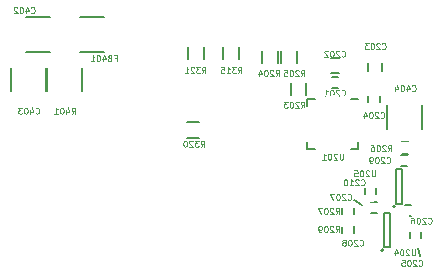
<source format=gbo>
G04 #@! TF.FileFunction,Legend,Bot*
%FSLAX46Y46*%
G04 Gerber Fmt 4.6, Leading zero omitted, Abs format (unit mm)*
G04 Created by KiCad (PCBNEW 4.0.1-stable) date Wednesday, February 10, 2016 'PMt' 09:48:26 PM*
%MOMM*%
G01*
G04 APERTURE LIST*
%ADD10C,0.100000*%
%ADD11C,0.200000*%
%ADD12C,0.150000*%
%ADD13C,0.076200*%
%ADD14R,1.457000X0.687000*%
%ADD15R,0.627000X1.027000*%
%ADD16R,0.727000X0.627000*%
%ADD17R,1.854200X1.854200*%
%ADD18O,1.854200X1.854200*%
%ADD19R,1.854200X2.159000*%
%ADD20O,1.854200X2.159000*%
%ADD21R,0.627000X0.727000*%
%ADD22R,0.927000X0.877000*%
%ADD23R,0.877000X0.927000*%
%ADD24R,1.127000X2.627000*%
%ADD25R,2.627000X1.127000*%
%ADD26R,1.027000X2.627000*%
%ADD27R,1.027000X0.627000*%
%ADD28R,2.627000X1.027000*%
%ADD29R,2.159000X1.854200*%
%ADD30O,2.159000X1.854200*%
%ADD31R,0.527000X0.727000*%
%ADD32R,0.727000X0.527000*%
%ADD33R,2.159000X2.159000*%
%ADD34O,2.159000X2.159000*%
%ADD35R,0.927000X0.327000*%
%ADD36R,0.327000X0.927000*%
%ADD37R,1.627000X1.627000*%
G04 APERTURE END LIST*
D10*
D11*
X216900000Y-93200000D02*
X216700000Y-92500000D01*
X211300000Y-88400000D02*
X212000000Y-88900000D01*
D12*
X214800000Y-89000000D02*
G75*
G03X214800000Y-89000000I-100000J0D01*
G01*
X215350000Y-88750000D02*
X214850000Y-88750000D01*
X215350000Y-85850000D02*
X215350000Y-88750000D01*
X214850000Y-85850000D02*
X215350000Y-85850000D01*
X214850000Y-88750000D02*
X214850000Y-85850000D01*
X197200000Y-83175000D02*
X198200000Y-83175000D01*
X198200000Y-81825000D02*
X197200000Y-81825000D01*
X209450000Y-78025000D02*
X209950000Y-78025000D01*
X209950000Y-78975000D02*
X209450000Y-78975000D01*
X213475000Y-79600000D02*
X213475000Y-80100000D01*
X212525000Y-80100000D02*
X212525000Y-79600000D01*
X210050000Y-76450000D02*
X209350000Y-76450000D01*
X209350000Y-77650000D02*
X210050000Y-77650000D01*
X212450000Y-76800000D02*
X212450000Y-77500000D01*
X213650000Y-77500000D02*
X213650000Y-76800000D01*
X183531000Y-72947000D02*
X185531000Y-72947000D01*
X185531000Y-75897000D02*
X183531000Y-75897000D01*
X185244000Y-77232000D02*
X185244000Y-79232000D01*
X182294000Y-79232000D02*
X182294000Y-77232000D01*
X188103000Y-75897000D02*
X190103000Y-75897000D01*
X190103000Y-72947000D02*
X188103000Y-72947000D01*
X205925000Y-78550000D02*
X205925000Y-79550000D01*
X207275000Y-79550000D02*
X207275000Y-78550000D01*
X203525000Y-75800000D02*
X203525000Y-76800000D01*
X204875000Y-76800000D02*
X204875000Y-75800000D01*
X206475000Y-76800000D02*
X206475000Y-75800000D01*
X205125000Y-75800000D02*
X205125000Y-76800000D01*
X200225000Y-75500000D02*
X200225000Y-76500000D01*
X201575000Y-76500000D02*
X201575000Y-75500000D01*
X197225000Y-75500000D02*
X197225000Y-76500000D01*
X198575000Y-76500000D02*
X198575000Y-75500000D01*
X185342000Y-77232000D02*
X185342000Y-79232000D01*
X188292000Y-79232000D02*
X188292000Y-77232000D01*
X216975000Y-91150000D02*
X216975000Y-91650000D01*
X216025000Y-91650000D02*
X216025000Y-91150000D01*
X215650000Y-88825000D02*
X216150000Y-88825000D01*
X216150000Y-89775000D02*
X215650000Y-89775000D01*
X212750000Y-88625000D02*
X213250000Y-88625000D01*
X213250000Y-89575000D02*
X212750000Y-89575000D01*
X212275000Y-90600000D02*
X212275000Y-91100000D01*
X211325000Y-91100000D02*
X211325000Y-90600000D01*
X215300000Y-84625000D02*
X215800000Y-84625000D01*
X215800000Y-85575000D02*
X215300000Y-85575000D01*
X213175000Y-87450000D02*
X213175000Y-87950000D01*
X212225000Y-87950000D02*
X212225000Y-87450000D01*
X217075000Y-80400000D02*
X217075000Y-82400000D01*
X214125000Y-82400000D02*
X214125000Y-80400000D01*
X215350000Y-83475000D02*
X215850000Y-83475000D01*
X215850000Y-84525000D02*
X215350000Y-84525000D01*
X211325000Y-89150000D02*
X211325000Y-89650000D01*
X210275000Y-89650000D02*
X210275000Y-89150000D01*
X211325000Y-90700000D02*
X211325000Y-91200000D01*
X210275000Y-91200000D02*
X210275000Y-90700000D01*
X207350000Y-79850000D02*
X207350000Y-80475000D01*
X211650000Y-84150000D02*
X211650000Y-83525000D01*
X207350000Y-84150000D02*
X207350000Y-83525000D01*
X211650000Y-79850000D02*
X211025000Y-79850000D01*
X211650000Y-84150000D02*
X211025000Y-84150000D01*
X207350000Y-84150000D02*
X207975000Y-84150000D01*
X207350000Y-79850000D02*
X207975000Y-79850000D01*
X213800000Y-92700000D02*
G75*
G03X213800000Y-92700000I-100000J0D01*
G01*
X214350000Y-92450000D02*
X213850000Y-92450000D01*
X214350000Y-89550000D02*
X214350000Y-92450000D01*
X213850000Y-89550000D02*
X214350000Y-89550000D01*
X213850000Y-92450000D02*
X213850000Y-89550000D01*
D13*
X213070858Y-85921810D02*
X213070858Y-86333048D01*
X213046667Y-86381429D01*
X213022477Y-86405619D01*
X212974096Y-86429810D01*
X212877334Y-86429810D01*
X212828953Y-86405619D01*
X212804762Y-86381429D01*
X212780572Y-86333048D01*
X212780572Y-85921810D01*
X212562858Y-85970190D02*
X212538668Y-85946000D01*
X212490287Y-85921810D01*
X212369334Y-85921810D01*
X212320953Y-85946000D01*
X212296763Y-85970190D01*
X212272572Y-86018571D01*
X212272572Y-86066952D01*
X212296763Y-86139524D01*
X212587049Y-86429810D01*
X212272572Y-86429810D01*
X211958096Y-85921810D02*
X211909715Y-85921810D01*
X211861334Y-85946000D01*
X211837143Y-85970190D01*
X211812953Y-86018571D01*
X211788762Y-86115333D01*
X211788762Y-86236286D01*
X211812953Y-86333048D01*
X211837143Y-86381429D01*
X211861334Y-86405619D01*
X211909715Y-86429810D01*
X211958096Y-86429810D01*
X212006477Y-86405619D01*
X212030667Y-86381429D01*
X212054858Y-86333048D01*
X212079048Y-86236286D01*
X212079048Y-86115333D01*
X212054858Y-86018571D01*
X212030667Y-85970190D01*
X212006477Y-85946000D01*
X211958096Y-85921810D01*
X211329143Y-85921810D02*
X211571048Y-85921810D01*
X211595238Y-86163714D01*
X211571048Y-86139524D01*
X211522667Y-86115333D01*
X211401714Y-86115333D01*
X211353333Y-86139524D01*
X211329143Y-86163714D01*
X211304952Y-86212095D01*
X211304952Y-86333048D01*
X211329143Y-86381429D01*
X211353333Y-86405619D01*
X211401714Y-86429810D01*
X211522667Y-86429810D01*
X211571048Y-86405619D01*
X211595238Y-86381429D01*
X198307477Y-83922810D02*
X198476810Y-83680905D01*
X198597763Y-83922810D02*
X198597763Y-83414810D01*
X198404239Y-83414810D01*
X198355858Y-83439000D01*
X198331667Y-83463190D01*
X198307477Y-83511571D01*
X198307477Y-83584143D01*
X198331667Y-83632524D01*
X198355858Y-83656714D01*
X198404239Y-83680905D01*
X198597763Y-83680905D01*
X198138144Y-83414810D02*
X197823667Y-83414810D01*
X197993001Y-83608333D01*
X197920429Y-83608333D01*
X197872048Y-83632524D01*
X197847858Y-83656714D01*
X197823667Y-83705095D01*
X197823667Y-83826048D01*
X197847858Y-83874429D01*
X197872048Y-83898619D01*
X197920429Y-83922810D01*
X198065572Y-83922810D01*
X198113953Y-83898619D01*
X198138144Y-83874429D01*
X197630143Y-83463190D02*
X197605953Y-83439000D01*
X197557572Y-83414810D01*
X197436619Y-83414810D01*
X197388238Y-83439000D01*
X197364048Y-83463190D01*
X197339857Y-83511571D01*
X197339857Y-83559952D01*
X197364048Y-83632524D01*
X197654334Y-83922810D01*
X197339857Y-83922810D01*
X197025381Y-83414810D02*
X196977000Y-83414810D01*
X196928619Y-83439000D01*
X196904428Y-83463190D01*
X196880238Y-83511571D01*
X196856047Y-83608333D01*
X196856047Y-83729286D01*
X196880238Y-83826048D01*
X196904428Y-83874429D01*
X196928619Y-83898619D01*
X196977000Y-83922810D01*
X197025381Y-83922810D01*
X197073762Y-83898619D01*
X197097952Y-83874429D01*
X197122143Y-83826048D01*
X197146333Y-83729286D01*
X197146333Y-83608333D01*
X197122143Y-83511571D01*
X197097952Y-83463190D01*
X197073762Y-83439000D01*
X197025381Y-83414810D01*
X210245477Y-79556429D02*
X210269667Y-79580619D01*
X210342239Y-79604810D01*
X210390620Y-79604810D01*
X210463191Y-79580619D01*
X210511572Y-79532238D01*
X210535763Y-79483857D01*
X210559953Y-79387095D01*
X210559953Y-79314524D01*
X210535763Y-79217762D01*
X210511572Y-79169381D01*
X210463191Y-79121000D01*
X210390620Y-79096810D01*
X210342239Y-79096810D01*
X210269667Y-79121000D01*
X210245477Y-79145190D01*
X210051953Y-79145190D02*
X210027763Y-79121000D01*
X209979382Y-79096810D01*
X209858429Y-79096810D01*
X209810048Y-79121000D01*
X209785858Y-79145190D01*
X209761667Y-79193571D01*
X209761667Y-79241952D01*
X209785858Y-79314524D01*
X210076144Y-79604810D01*
X209761667Y-79604810D01*
X209447191Y-79096810D02*
X209398810Y-79096810D01*
X209350429Y-79121000D01*
X209326238Y-79145190D01*
X209302048Y-79193571D01*
X209277857Y-79290333D01*
X209277857Y-79411286D01*
X209302048Y-79508048D01*
X209326238Y-79556429D01*
X209350429Y-79580619D01*
X209398810Y-79604810D01*
X209447191Y-79604810D01*
X209495572Y-79580619D01*
X209519762Y-79556429D01*
X209543953Y-79508048D01*
X209568143Y-79411286D01*
X209568143Y-79290333D01*
X209543953Y-79193571D01*
X209519762Y-79145190D01*
X209495572Y-79121000D01*
X209447191Y-79096810D01*
X208794047Y-79604810D02*
X209084333Y-79604810D01*
X208939190Y-79604810D02*
X208939190Y-79096810D01*
X208987571Y-79169381D01*
X209035952Y-79217762D01*
X209084333Y-79241952D01*
X213547477Y-81461429D02*
X213571667Y-81485619D01*
X213644239Y-81509810D01*
X213692620Y-81509810D01*
X213765191Y-81485619D01*
X213813572Y-81437238D01*
X213837763Y-81388857D01*
X213861953Y-81292095D01*
X213861953Y-81219524D01*
X213837763Y-81122762D01*
X213813572Y-81074381D01*
X213765191Y-81026000D01*
X213692620Y-81001810D01*
X213644239Y-81001810D01*
X213571667Y-81026000D01*
X213547477Y-81050190D01*
X213353953Y-81050190D02*
X213329763Y-81026000D01*
X213281382Y-81001810D01*
X213160429Y-81001810D01*
X213112048Y-81026000D01*
X213087858Y-81050190D01*
X213063667Y-81098571D01*
X213063667Y-81146952D01*
X213087858Y-81219524D01*
X213378144Y-81509810D01*
X213063667Y-81509810D01*
X212749191Y-81001810D02*
X212700810Y-81001810D01*
X212652429Y-81026000D01*
X212628238Y-81050190D01*
X212604048Y-81098571D01*
X212579857Y-81195333D01*
X212579857Y-81316286D01*
X212604048Y-81413048D01*
X212628238Y-81461429D01*
X212652429Y-81485619D01*
X212700810Y-81509810D01*
X212749191Y-81509810D01*
X212797572Y-81485619D01*
X212821762Y-81461429D01*
X212845953Y-81413048D01*
X212870143Y-81316286D01*
X212870143Y-81195333D01*
X212845953Y-81098571D01*
X212821762Y-81050190D01*
X212797572Y-81026000D01*
X212749191Y-81001810D01*
X212144428Y-81171143D02*
X212144428Y-81509810D01*
X212265381Y-80977619D02*
X212386333Y-81340476D01*
X212071857Y-81340476D01*
X210245477Y-76254429D02*
X210269667Y-76278619D01*
X210342239Y-76302810D01*
X210390620Y-76302810D01*
X210463191Y-76278619D01*
X210511572Y-76230238D01*
X210535763Y-76181857D01*
X210559953Y-76085095D01*
X210559953Y-76012524D01*
X210535763Y-75915762D01*
X210511572Y-75867381D01*
X210463191Y-75819000D01*
X210390620Y-75794810D01*
X210342239Y-75794810D01*
X210269667Y-75819000D01*
X210245477Y-75843190D01*
X210051953Y-75843190D02*
X210027763Y-75819000D01*
X209979382Y-75794810D01*
X209858429Y-75794810D01*
X209810048Y-75819000D01*
X209785858Y-75843190D01*
X209761667Y-75891571D01*
X209761667Y-75939952D01*
X209785858Y-76012524D01*
X210076144Y-76302810D01*
X209761667Y-76302810D01*
X209447191Y-75794810D02*
X209398810Y-75794810D01*
X209350429Y-75819000D01*
X209326238Y-75843190D01*
X209302048Y-75891571D01*
X209277857Y-75988333D01*
X209277857Y-76109286D01*
X209302048Y-76206048D01*
X209326238Y-76254429D01*
X209350429Y-76278619D01*
X209398810Y-76302810D01*
X209447191Y-76302810D01*
X209495572Y-76278619D01*
X209519762Y-76254429D01*
X209543953Y-76206048D01*
X209568143Y-76109286D01*
X209568143Y-75988333D01*
X209543953Y-75891571D01*
X209519762Y-75843190D01*
X209495572Y-75819000D01*
X209447191Y-75794810D01*
X209084333Y-75843190D02*
X209060143Y-75819000D01*
X209011762Y-75794810D01*
X208890809Y-75794810D01*
X208842428Y-75819000D01*
X208818238Y-75843190D01*
X208794047Y-75891571D01*
X208794047Y-75939952D01*
X208818238Y-76012524D01*
X209108524Y-76302810D01*
X208794047Y-76302810D01*
X213674477Y-75619429D02*
X213698667Y-75643619D01*
X213771239Y-75667810D01*
X213819620Y-75667810D01*
X213892191Y-75643619D01*
X213940572Y-75595238D01*
X213964763Y-75546857D01*
X213988953Y-75450095D01*
X213988953Y-75377524D01*
X213964763Y-75280762D01*
X213940572Y-75232381D01*
X213892191Y-75184000D01*
X213819620Y-75159810D01*
X213771239Y-75159810D01*
X213698667Y-75184000D01*
X213674477Y-75208190D01*
X213480953Y-75208190D02*
X213456763Y-75184000D01*
X213408382Y-75159810D01*
X213287429Y-75159810D01*
X213239048Y-75184000D01*
X213214858Y-75208190D01*
X213190667Y-75256571D01*
X213190667Y-75304952D01*
X213214858Y-75377524D01*
X213505144Y-75667810D01*
X213190667Y-75667810D01*
X212876191Y-75159810D02*
X212827810Y-75159810D01*
X212779429Y-75184000D01*
X212755238Y-75208190D01*
X212731048Y-75256571D01*
X212706857Y-75353333D01*
X212706857Y-75474286D01*
X212731048Y-75571048D01*
X212755238Y-75619429D01*
X212779429Y-75643619D01*
X212827810Y-75667810D01*
X212876191Y-75667810D01*
X212924572Y-75643619D01*
X212948762Y-75619429D01*
X212972953Y-75571048D01*
X212997143Y-75474286D01*
X212997143Y-75353333D01*
X212972953Y-75256571D01*
X212948762Y-75208190D01*
X212924572Y-75184000D01*
X212876191Y-75159810D01*
X212537524Y-75159810D02*
X212223047Y-75159810D01*
X212392381Y-75353333D01*
X212319809Y-75353333D01*
X212271428Y-75377524D01*
X212247238Y-75401714D01*
X212223047Y-75450095D01*
X212223047Y-75571048D01*
X212247238Y-75619429D01*
X212271428Y-75643619D01*
X212319809Y-75667810D01*
X212464952Y-75667810D01*
X212513333Y-75643619D01*
X212537524Y-75619429D01*
X183956477Y-72571429D02*
X183980667Y-72595619D01*
X184053239Y-72619810D01*
X184101620Y-72619810D01*
X184174191Y-72595619D01*
X184222572Y-72547238D01*
X184246763Y-72498857D01*
X184270953Y-72402095D01*
X184270953Y-72329524D01*
X184246763Y-72232762D01*
X184222572Y-72184381D01*
X184174191Y-72136000D01*
X184101620Y-72111810D01*
X184053239Y-72111810D01*
X183980667Y-72136000D01*
X183956477Y-72160190D01*
X183521048Y-72281143D02*
X183521048Y-72619810D01*
X183642001Y-72087619D02*
X183762953Y-72450476D01*
X183448477Y-72450476D01*
X183158191Y-72111810D02*
X183109810Y-72111810D01*
X183061429Y-72136000D01*
X183037238Y-72160190D01*
X183013048Y-72208571D01*
X182988857Y-72305333D01*
X182988857Y-72426286D01*
X183013048Y-72523048D01*
X183037238Y-72571429D01*
X183061429Y-72595619D01*
X183109810Y-72619810D01*
X183158191Y-72619810D01*
X183206572Y-72595619D01*
X183230762Y-72571429D01*
X183254953Y-72523048D01*
X183279143Y-72426286D01*
X183279143Y-72305333D01*
X183254953Y-72208571D01*
X183230762Y-72160190D01*
X183206572Y-72136000D01*
X183158191Y-72111810D01*
X182795333Y-72160190D02*
X182771143Y-72136000D01*
X182722762Y-72111810D01*
X182601809Y-72111810D01*
X182553428Y-72136000D01*
X182529238Y-72160190D01*
X182505047Y-72208571D01*
X182505047Y-72256952D01*
X182529238Y-72329524D01*
X182819524Y-72619810D01*
X182505047Y-72619810D01*
X184337477Y-81080429D02*
X184361667Y-81104619D01*
X184434239Y-81128810D01*
X184482620Y-81128810D01*
X184555191Y-81104619D01*
X184603572Y-81056238D01*
X184627763Y-81007857D01*
X184651953Y-80911095D01*
X184651953Y-80838524D01*
X184627763Y-80741762D01*
X184603572Y-80693381D01*
X184555191Y-80645000D01*
X184482620Y-80620810D01*
X184434239Y-80620810D01*
X184361667Y-80645000D01*
X184337477Y-80669190D01*
X183902048Y-80790143D02*
X183902048Y-81128810D01*
X184023001Y-80596619D02*
X184143953Y-80959476D01*
X183829477Y-80959476D01*
X183539191Y-80620810D02*
X183490810Y-80620810D01*
X183442429Y-80645000D01*
X183418238Y-80669190D01*
X183394048Y-80717571D01*
X183369857Y-80814333D01*
X183369857Y-80935286D01*
X183394048Y-81032048D01*
X183418238Y-81080429D01*
X183442429Y-81104619D01*
X183490810Y-81128810D01*
X183539191Y-81128810D01*
X183587572Y-81104619D01*
X183611762Y-81080429D01*
X183635953Y-81032048D01*
X183660143Y-80935286D01*
X183660143Y-80814333D01*
X183635953Y-80717571D01*
X183611762Y-80669190D01*
X183587572Y-80645000D01*
X183539191Y-80620810D01*
X183200524Y-80620810D02*
X182886047Y-80620810D01*
X183055381Y-80814333D01*
X182982809Y-80814333D01*
X182934428Y-80838524D01*
X182910238Y-80862714D01*
X182886047Y-80911095D01*
X182886047Y-81032048D01*
X182910238Y-81080429D01*
X182934428Y-81104619D01*
X182982809Y-81128810D01*
X183127952Y-81128810D01*
X183176333Y-81104619D01*
X183200524Y-81080429D01*
X191026143Y-76417714D02*
X191195477Y-76417714D01*
X191195477Y-76683810D02*
X191195477Y-76175810D01*
X190953572Y-76175810D01*
X190590714Y-76417714D02*
X190518143Y-76441905D01*
X190493952Y-76466095D01*
X190469762Y-76514476D01*
X190469762Y-76587048D01*
X190493952Y-76635429D01*
X190518143Y-76659619D01*
X190566524Y-76683810D01*
X190760048Y-76683810D01*
X190760048Y-76175810D01*
X190590714Y-76175810D01*
X190542333Y-76200000D01*
X190518143Y-76224190D01*
X190493952Y-76272571D01*
X190493952Y-76320952D01*
X190518143Y-76369333D01*
X190542333Y-76393524D01*
X190590714Y-76417714D01*
X190760048Y-76417714D01*
X190034333Y-76345143D02*
X190034333Y-76683810D01*
X190155286Y-76151619D02*
X190276238Y-76514476D01*
X189961762Y-76514476D01*
X189671476Y-76175810D02*
X189623095Y-76175810D01*
X189574714Y-76200000D01*
X189550523Y-76224190D01*
X189526333Y-76272571D01*
X189502142Y-76369333D01*
X189502142Y-76490286D01*
X189526333Y-76587048D01*
X189550523Y-76635429D01*
X189574714Y-76659619D01*
X189623095Y-76683810D01*
X189671476Y-76683810D01*
X189719857Y-76659619D01*
X189744047Y-76635429D01*
X189768238Y-76587048D01*
X189792428Y-76490286D01*
X189792428Y-76369333D01*
X189768238Y-76272571D01*
X189744047Y-76224190D01*
X189719857Y-76200000D01*
X189671476Y-76175810D01*
X189018332Y-76683810D02*
X189308618Y-76683810D01*
X189163475Y-76683810D02*
X189163475Y-76175810D01*
X189211856Y-76248381D01*
X189260237Y-76296762D01*
X189308618Y-76320952D01*
X206816477Y-80620810D02*
X206985810Y-80378905D01*
X207106763Y-80620810D02*
X207106763Y-80112810D01*
X206913239Y-80112810D01*
X206864858Y-80137000D01*
X206840667Y-80161190D01*
X206816477Y-80209571D01*
X206816477Y-80282143D01*
X206840667Y-80330524D01*
X206864858Y-80354714D01*
X206913239Y-80378905D01*
X207106763Y-80378905D01*
X206622953Y-80161190D02*
X206598763Y-80137000D01*
X206550382Y-80112810D01*
X206429429Y-80112810D01*
X206381048Y-80137000D01*
X206356858Y-80161190D01*
X206332667Y-80209571D01*
X206332667Y-80257952D01*
X206356858Y-80330524D01*
X206647144Y-80620810D01*
X206332667Y-80620810D01*
X206018191Y-80112810D02*
X205969810Y-80112810D01*
X205921429Y-80137000D01*
X205897238Y-80161190D01*
X205873048Y-80209571D01*
X205848857Y-80306333D01*
X205848857Y-80427286D01*
X205873048Y-80524048D01*
X205897238Y-80572429D01*
X205921429Y-80596619D01*
X205969810Y-80620810D01*
X206018191Y-80620810D01*
X206066572Y-80596619D01*
X206090762Y-80572429D01*
X206114953Y-80524048D01*
X206139143Y-80427286D01*
X206139143Y-80306333D01*
X206114953Y-80209571D01*
X206090762Y-80161190D01*
X206066572Y-80137000D01*
X206018191Y-80112810D01*
X205679524Y-80112810D02*
X205365047Y-80112810D01*
X205534381Y-80306333D01*
X205461809Y-80306333D01*
X205413428Y-80330524D01*
X205389238Y-80354714D01*
X205365047Y-80403095D01*
X205365047Y-80524048D01*
X205389238Y-80572429D01*
X205413428Y-80596619D01*
X205461809Y-80620810D01*
X205606952Y-80620810D01*
X205655333Y-80596619D01*
X205679524Y-80572429D01*
X204657477Y-77953810D02*
X204826810Y-77711905D01*
X204947763Y-77953810D02*
X204947763Y-77445810D01*
X204754239Y-77445810D01*
X204705858Y-77470000D01*
X204681667Y-77494190D01*
X204657477Y-77542571D01*
X204657477Y-77615143D01*
X204681667Y-77663524D01*
X204705858Y-77687714D01*
X204754239Y-77711905D01*
X204947763Y-77711905D01*
X204463953Y-77494190D02*
X204439763Y-77470000D01*
X204391382Y-77445810D01*
X204270429Y-77445810D01*
X204222048Y-77470000D01*
X204197858Y-77494190D01*
X204173667Y-77542571D01*
X204173667Y-77590952D01*
X204197858Y-77663524D01*
X204488144Y-77953810D01*
X204173667Y-77953810D01*
X203859191Y-77445810D02*
X203810810Y-77445810D01*
X203762429Y-77470000D01*
X203738238Y-77494190D01*
X203714048Y-77542571D01*
X203689857Y-77639333D01*
X203689857Y-77760286D01*
X203714048Y-77857048D01*
X203738238Y-77905429D01*
X203762429Y-77929619D01*
X203810810Y-77953810D01*
X203859191Y-77953810D01*
X203907572Y-77929619D01*
X203931762Y-77905429D01*
X203955953Y-77857048D01*
X203980143Y-77760286D01*
X203980143Y-77639333D01*
X203955953Y-77542571D01*
X203931762Y-77494190D01*
X203907572Y-77470000D01*
X203859191Y-77445810D01*
X203254428Y-77615143D02*
X203254428Y-77953810D01*
X203375381Y-77421619D02*
X203496333Y-77784476D01*
X203181857Y-77784476D01*
X206816477Y-77953810D02*
X206985810Y-77711905D01*
X207106763Y-77953810D02*
X207106763Y-77445810D01*
X206913239Y-77445810D01*
X206864858Y-77470000D01*
X206840667Y-77494190D01*
X206816477Y-77542571D01*
X206816477Y-77615143D01*
X206840667Y-77663524D01*
X206864858Y-77687714D01*
X206913239Y-77711905D01*
X207106763Y-77711905D01*
X206622953Y-77494190D02*
X206598763Y-77470000D01*
X206550382Y-77445810D01*
X206429429Y-77445810D01*
X206381048Y-77470000D01*
X206356858Y-77494190D01*
X206332667Y-77542571D01*
X206332667Y-77590952D01*
X206356858Y-77663524D01*
X206647144Y-77953810D01*
X206332667Y-77953810D01*
X206018191Y-77445810D02*
X205969810Y-77445810D01*
X205921429Y-77470000D01*
X205897238Y-77494190D01*
X205873048Y-77542571D01*
X205848857Y-77639333D01*
X205848857Y-77760286D01*
X205873048Y-77857048D01*
X205897238Y-77905429D01*
X205921429Y-77929619D01*
X205969810Y-77953810D01*
X206018191Y-77953810D01*
X206066572Y-77929619D01*
X206090762Y-77905429D01*
X206114953Y-77857048D01*
X206139143Y-77760286D01*
X206139143Y-77639333D01*
X206114953Y-77542571D01*
X206090762Y-77494190D01*
X206066572Y-77470000D01*
X206018191Y-77445810D01*
X205389238Y-77445810D02*
X205631143Y-77445810D01*
X205655333Y-77687714D01*
X205631143Y-77663524D01*
X205582762Y-77639333D01*
X205461809Y-77639333D01*
X205413428Y-77663524D01*
X205389238Y-77687714D01*
X205365047Y-77736095D01*
X205365047Y-77857048D01*
X205389238Y-77905429D01*
X205413428Y-77929619D01*
X205461809Y-77953810D01*
X205582762Y-77953810D01*
X205631143Y-77929619D01*
X205655333Y-77905429D01*
X201482477Y-77699810D02*
X201651810Y-77457905D01*
X201772763Y-77699810D02*
X201772763Y-77191810D01*
X201579239Y-77191810D01*
X201530858Y-77216000D01*
X201506667Y-77240190D01*
X201482477Y-77288571D01*
X201482477Y-77361143D01*
X201506667Y-77409524D01*
X201530858Y-77433714D01*
X201579239Y-77457905D01*
X201772763Y-77457905D01*
X201313144Y-77191810D02*
X200998667Y-77191810D01*
X201168001Y-77385333D01*
X201095429Y-77385333D01*
X201047048Y-77409524D01*
X201022858Y-77433714D01*
X200998667Y-77482095D01*
X200998667Y-77603048D01*
X201022858Y-77651429D01*
X201047048Y-77675619D01*
X201095429Y-77699810D01*
X201240572Y-77699810D01*
X201288953Y-77675619D01*
X201313144Y-77651429D01*
X200514857Y-77699810D02*
X200805143Y-77699810D01*
X200660000Y-77699810D02*
X200660000Y-77191810D01*
X200708381Y-77264381D01*
X200756762Y-77312762D01*
X200805143Y-77336952D01*
X200055238Y-77191810D02*
X200297143Y-77191810D01*
X200321333Y-77433714D01*
X200297143Y-77409524D01*
X200248762Y-77385333D01*
X200127809Y-77385333D01*
X200079428Y-77409524D01*
X200055238Y-77433714D01*
X200031047Y-77482095D01*
X200031047Y-77603048D01*
X200055238Y-77651429D01*
X200079428Y-77675619D01*
X200127809Y-77699810D01*
X200248762Y-77699810D01*
X200297143Y-77675619D01*
X200321333Y-77651429D01*
X198434477Y-77699810D02*
X198603810Y-77457905D01*
X198724763Y-77699810D02*
X198724763Y-77191810D01*
X198531239Y-77191810D01*
X198482858Y-77216000D01*
X198458667Y-77240190D01*
X198434477Y-77288571D01*
X198434477Y-77361143D01*
X198458667Y-77409524D01*
X198482858Y-77433714D01*
X198531239Y-77457905D01*
X198724763Y-77457905D01*
X198265144Y-77191810D02*
X197950667Y-77191810D01*
X198120001Y-77385333D01*
X198047429Y-77385333D01*
X197999048Y-77409524D01*
X197974858Y-77433714D01*
X197950667Y-77482095D01*
X197950667Y-77603048D01*
X197974858Y-77651429D01*
X197999048Y-77675619D01*
X198047429Y-77699810D01*
X198192572Y-77699810D01*
X198240953Y-77675619D01*
X198265144Y-77651429D01*
X197757143Y-77240190D02*
X197732953Y-77216000D01*
X197684572Y-77191810D01*
X197563619Y-77191810D01*
X197515238Y-77216000D01*
X197491048Y-77240190D01*
X197466857Y-77288571D01*
X197466857Y-77336952D01*
X197491048Y-77409524D01*
X197781334Y-77699810D01*
X197466857Y-77699810D01*
X196983047Y-77699810D02*
X197273333Y-77699810D01*
X197128190Y-77699810D02*
X197128190Y-77191810D01*
X197176571Y-77264381D01*
X197224952Y-77312762D01*
X197273333Y-77336952D01*
X187385477Y-81128810D02*
X187554810Y-80886905D01*
X187675763Y-81128810D02*
X187675763Y-80620810D01*
X187482239Y-80620810D01*
X187433858Y-80645000D01*
X187409667Y-80669190D01*
X187385477Y-80717571D01*
X187385477Y-80790143D01*
X187409667Y-80838524D01*
X187433858Y-80862714D01*
X187482239Y-80886905D01*
X187675763Y-80886905D01*
X186950048Y-80790143D02*
X186950048Y-81128810D01*
X187071001Y-80596619D02*
X187191953Y-80959476D01*
X186877477Y-80959476D01*
X186587191Y-80620810D02*
X186538810Y-80620810D01*
X186490429Y-80645000D01*
X186466238Y-80669190D01*
X186442048Y-80717571D01*
X186417857Y-80814333D01*
X186417857Y-80935286D01*
X186442048Y-81032048D01*
X186466238Y-81080429D01*
X186490429Y-81104619D01*
X186538810Y-81128810D01*
X186587191Y-81128810D01*
X186635572Y-81104619D01*
X186659762Y-81080429D01*
X186683953Y-81032048D01*
X186708143Y-80935286D01*
X186708143Y-80814333D01*
X186683953Y-80717571D01*
X186659762Y-80669190D01*
X186635572Y-80645000D01*
X186587191Y-80620810D01*
X185934047Y-81128810D02*
X186224333Y-81128810D01*
X186079190Y-81128810D02*
X186079190Y-80620810D01*
X186127571Y-80693381D01*
X186175952Y-80741762D01*
X186224333Y-80765952D01*
X216768477Y-93981429D02*
X216792667Y-94005619D01*
X216865239Y-94029810D01*
X216913620Y-94029810D01*
X216986191Y-94005619D01*
X217034572Y-93957238D01*
X217058763Y-93908857D01*
X217082953Y-93812095D01*
X217082953Y-93739524D01*
X217058763Y-93642762D01*
X217034572Y-93594381D01*
X216986191Y-93546000D01*
X216913620Y-93521810D01*
X216865239Y-93521810D01*
X216792667Y-93546000D01*
X216768477Y-93570190D01*
X216574953Y-93570190D02*
X216550763Y-93546000D01*
X216502382Y-93521810D01*
X216381429Y-93521810D01*
X216333048Y-93546000D01*
X216308858Y-93570190D01*
X216284667Y-93618571D01*
X216284667Y-93666952D01*
X216308858Y-93739524D01*
X216599144Y-94029810D01*
X216284667Y-94029810D01*
X215970191Y-93521810D02*
X215921810Y-93521810D01*
X215873429Y-93546000D01*
X215849238Y-93570190D01*
X215825048Y-93618571D01*
X215800857Y-93715333D01*
X215800857Y-93836286D01*
X215825048Y-93933048D01*
X215849238Y-93981429D01*
X215873429Y-94005619D01*
X215921810Y-94029810D01*
X215970191Y-94029810D01*
X216018572Y-94005619D01*
X216042762Y-93981429D01*
X216066953Y-93933048D01*
X216091143Y-93836286D01*
X216091143Y-93715333D01*
X216066953Y-93618571D01*
X216042762Y-93570190D01*
X216018572Y-93546000D01*
X215970191Y-93521810D01*
X215341238Y-93521810D02*
X215583143Y-93521810D01*
X215607333Y-93763714D01*
X215583143Y-93739524D01*
X215534762Y-93715333D01*
X215413809Y-93715333D01*
X215365428Y-93739524D01*
X215341238Y-93763714D01*
X215317047Y-93812095D01*
X215317047Y-93933048D01*
X215341238Y-93981429D01*
X215365428Y-94005619D01*
X215413809Y-94029810D01*
X215534762Y-94029810D01*
X215583143Y-94005619D01*
X215607333Y-93981429D01*
X217568477Y-90381429D02*
X217592667Y-90405619D01*
X217665239Y-90429810D01*
X217713620Y-90429810D01*
X217786191Y-90405619D01*
X217834572Y-90357238D01*
X217858763Y-90308857D01*
X217882953Y-90212095D01*
X217882953Y-90139524D01*
X217858763Y-90042762D01*
X217834572Y-89994381D01*
X217786191Y-89946000D01*
X217713620Y-89921810D01*
X217665239Y-89921810D01*
X217592667Y-89946000D01*
X217568477Y-89970190D01*
X217374953Y-89970190D02*
X217350763Y-89946000D01*
X217302382Y-89921810D01*
X217181429Y-89921810D01*
X217133048Y-89946000D01*
X217108858Y-89970190D01*
X217084667Y-90018571D01*
X217084667Y-90066952D01*
X217108858Y-90139524D01*
X217399144Y-90429810D01*
X217084667Y-90429810D01*
X216770191Y-89921810D02*
X216721810Y-89921810D01*
X216673429Y-89946000D01*
X216649238Y-89970190D01*
X216625048Y-90018571D01*
X216600857Y-90115333D01*
X216600857Y-90236286D01*
X216625048Y-90333048D01*
X216649238Y-90381429D01*
X216673429Y-90405619D01*
X216721810Y-90429810D01*
X216770191Y-90429810D01*
X216818572Y-90405619D01*
X216842762Y-90381429D01*
X216866953Y-90333048D01*
X216891143Y-90236286D01*
X216891143Y-90115333D01*
X216866953Y-90018571D01*
X216842762Y-89970190D01*
X216818572Y-89946000D01*
X216770191Y-89921810D01*
X216165428Y-89921810D02*
X216262190Y-89921810D01*
X216310571Y-89946000D01*
X216334762Y-89970190D01*
X216383143Y-90042762D01*
X216407333Y-90139524D01*
X216407333Y-90333048D01*
X216383143Y-90381429D01*
X216358952Y-90405619D01*
X216310571Y-90429810D01*
X216213809Y-90429810D01*
X216165428Y-90405619D01*
X216141238Y-90381429D01*
X216117047Y-90333048D01*
X216117047Y-90212095D01*
X216141238Y-90163714D01*
X216165428Y-90139524D01*
X216213809Y-90115333D01*
X216310571Y-90115333D01*
X216358952Y-90139524D01*
X216383143Y-90163714D01*
X216407333Y-90212095D01*
X210768477Y-88381429D02*
X210792667Y-88405619D01*
X210865239Y-88429810D01*
X210913620Y-88429810D01*
X210986191Y-88405619D01*
X211034572Y-88357238D01*
X211058763Y-88308857D01*
X211082953Y-88212095D01*
X211082953Y-88139524D01*
X211058763Y-88042762D01*
X211034572Y-87994381D01*
X210986191Y-87946000D01*
X210913620Y-87921810D01*
X210865239Y-87921810D01*
X210792667Y-87946000D01*
X210768477Y-87970190D01*
X210574953Y-87970190D02*
X210550763Y-87946000D01*
X210502382Y-87921810D01*
X210381429Y-87921810D01*
X210333048Y-87946000D01*
X210308858Y-87970190D01*
X210284667Y-88018571D01*
X210284667Y-88066952D01*
X210308858Y-88139524D01*
X210599144Y-88429810D01*
X210284667Y-88429810D01*
X209970191Y-87921810D02*
X209921810Y-87921810D01*
X209873429Y-87946000D01*
X209849238Y-87970190D01*
X209825048Y-88018571D01*
X209800857Y-88115333D01*
X209800857Y-88236286D01*
X209825048Y-88333048D01*
X209849238Y-88381429D01*
X209873429Y-88405619D01*
X209921810Y-88429810D01*
X209970191Y-88429810D01*
X210018572Y-88405619D01*
X210042762Y-88381429D01*
X210066953Y-88333048D01*
X210091143Y-88236286D01*
X210091143Y-88115333D01*
X210066953Y-88018571D01*
X210042762Y-87970190D01*
X210018572Y-87946000D01*
X209970191Y-87921810D01*
X209631524Y-87921810D02*
X209292857Y-87921810D01*
X209510571Y-88429810D01*
X211769477Y-92256429D02*
X211793667Y-92280619D01*
X211866239Y-92304810D01*
X211914620Y-92304810D01*
X211987191Y-92280619D01*
X212035572Y-92232238D01*
X212059763Y-92183857D01*
X212083953Y-92087095D01*
X212083953Y-92014524D01*
X212059763Y-91917762D01*
X212035572Y-91869381D01*
X211987191Y-91821000D01*
X211914620Y-91796810D01*
X211866239Y-91796810D01*
X211793667Y-91821000D01*
X211769477Y-91845190D01*
X211575953Y-91845190D02*
X211551763Y-91821000D01*
X211503382Y-91796810D01*
X211382429Y-91796810D01*
X211334048Y-91821000D01*
X211309858Y-91845190D01*
X211285667Y-91893571D01*
X211285667Y-91941952D01*
X211309858Y-92014524D01*
X211600144Y-92304810D01*
X211285667Y-92304810D01*
X210971191Y-91796810D02*
X210922810Y-91796810D01*
X210874429Y-91821000D01*
X210850238Y-91845190D01*
X210826048Y-91893571D01*
X210801857Y-91990333D01*
X210801857Y-92111286D01*
X210826048Y-92208048D01*
X210850238Y-92256429D01*
X210874429Y-92280619D01*
X210922810Y-92304810D01*
X210971191Y-92304810D01*
X211019572Y-92280619D01*
X211043762Y-92256429D01*
X211067953Y-92208048D01*
X211092143Y-92111286D01*
X211092143Y-91990333D01*
X211067953Y-91893571D01*
X211043762Y-91845190D01*
X211019572Y-91821000D01*
X210971191Y-91796810D01*
X210511571Y-92014524D02*
X210559952Y-91990333D01*
X210584143Y-91966143D01*
X210608333Y-91917762D01*
X210608333Y-91893571D01*
X210584143Y-91845190D01*
X210559952Y-91821000D01*
X210511571Y-91796810D01*
X210414809Y-91796810D01*
X210366428Y-91821000D01*
X210342238Y-91845190D01*
X210318047Y-91893571D01*
X210318047Y-91917762D01*
X210342238Y-91966143D01*
X210366428Y-91990333D01*
X210414809Y-92014524D01*
X210511571Y-92014524D01*
X210559952Y-92038714D01*
X210584143Y-92062905D01*
X210608333Y-92111286D01*
X210608333Y-92208048D01*
X210584143Y-92256429D01*
X210559952Y-92280619D01*
X210511571Y-92304810D01*
X210414809Y-92304810D01*
X210366428Y-92280619D01*
X210342238Y-92256429D01*
X210318047Y-92208048D01*
X210318047Y-92111286D01*
X210342238Y-92062905D01*
X210366428Y-92038714D01*
X210414809Y-92014524D01*
X214055477Y-85271429D02*
X214079667Y-85295619D01*
X214152239Y-85319810D01*
X214200620Y-85319810D01*
X214273191Y-85295619D01*
X214321572Y-85247238D01*
X214345763Y-85198857D01*
X214369953Y-85102095D01*
X214369953Y-85029524D01*
X214345763Y-84932762D01*
X214321572Y-84884381D01*
X214273191Y-84836000D01*
X214200620Y-84811810D01*
X214152239Y-84811810D01*
X214079667Y-84836000D01*
X214055477Y-84860190D01*
X213861953Y-84860190D02*
X213837763Y-84836000D01*
X213789382Y-84811810D01*
X213668429Y-84811810D01*
X213620048Y-84836000D01*
X213595858Y-84860190D01*
X213571667Y-84908571D01*
X213571667Y-84956952D01*
X213595858Y-85029524D01*
X213886144Y-85319810D01*
X213571667Y-85319810D01*
X213257191Y-84811810D02*
X213208810Y-84811810D01*
X213160429Y-84836000D01*
X213136238Y-84860190D01*
X213112048Y-84908571D01*
X213087857Y-85005333D01*
X213087857Y-85126286D01*
X213112048Y-85223048D01*
X213136238Y-85271429D01*
X213160429Y-85295619D01*
X213208810Y-85319810D01*
X213257191Y-85319810D01*
X213305572Y-85295619D01*
X213329762Y-85271429D01*
X213353953Y-85223048D01*
X213378143Y-85126286D01*
X213378143Y-85005333D01*
X213353953Y-84908571D01*
X213329762Y-84860190D01*
X213305572Y-84836000D01*
X213257191Y-84811810D01*
X212845952Y-85319810D02*
X212749190Y-85319810D01*
X212700809Y-85295619D01*
X212676619Y-85271429D01*
X212628238Y-85198857D01*
X212604047Y-85102095D01*
X212604047Y-84908571D01*
X212628238Y-84860190D01*
X212652428Y-84836000D01*
X212700809Y-84811810D01*
X212797571Y-84811810D01*
X212845952Y-84836000D01*
X212870143Y-84860190D01*
X212894333Y-84908571D01*
X212894333Y-85029524D01*
X212870143Y-85077905D01*
X212845952Y-85102095D01*
X212797571Y-85126286D01*
X212700809Y-85126286D01*
X212652428Y-85102095D01*
X212628238Y-85077905D01*
X212604047Y-85029524D01*
X211896477Y-87149429D02*
X211920667Y-87173619D01*
X211993239Y-87197810D01*
X212041620Y-87197810D01*
X212114191Y-87173619D01*
X212162572Y-87125238D01*
X212186763Y-87076857D01*
X212210953Y-86980095D01*
X212210953Y-86907524D01*
X212186763Y-86810762D01*
X212162572Y-86762381D01*
X212114191Y-86714000D01*
X212041620Y-86689810D01*
X211993239Y-86689810D01*
X211920667Y-86714000D01*
X211896477Y-86738190D01*
X211702953Y-86738190D02*
X211678763Y-86714000D01*
X211630382Y-86689810D01*
X211509429Y-86689810D01*
X211461048Y-86714000D01*
X211436858Y-86738190D01*
X211412667Y-86786571D01*
X211412667Y-86834952D01*
X211436858Y-86907524D01*
X211727144Y-87197810D01*
X211412667Y-87197810D01*
X210928857Y-87197810D02*
X211219143Y-87197810D01*
X211074000Y-87197810D02*
X211074000Y-86689810D01*
X211122381Y-86762381D01*
X211170762Y-86810762D01*
X211219143Y-86834952D01*
X210614381Y-86689810D02*
X210566000Y-86689810D01*
X210517619Y-86714000D01*
X210493428Y-86738190D01*
X210469238Y-86786571D01*
X210445047Y-86883333D01*
X210445047Y-87004286D01*
X210469238Y-87101048D01*
X210493428Y-87149429D01*
X210517619Y-87173619D01*
X210566000Y-87197810D01*
X210614381Y-87197810D01*
X210662762Y-87173619D01*
X210686952Y-87149429D01*
X210711143Y-87101048D01*
X210735333Y-87004286D01*
X210735333Y-86883333D01*
X210711143Y-86786571D01*
X210686952Y-86738190D01*
X210662762Y-86714000D01*
X210614381Y-86689810D01*
X216214477Y-79175429D02*
X216238667Y-79199619D01*
X216311239Y-79223810D01*
X216359620Y-79223810D01*
X216432191Y-79199619D01*
X216480572Y-79151238D01*
X216504763Y-79102857D01*
X216528953Y-79006095D01*
X216528953Y-78933524D01*
X216504763Y-78836762D01*
X216480572Y-78788381D01*
X216432191Y-78740000D01*
X216359620Y-78715810D01*
X216311239Y-78715810D01*
X216238667Y-78740000D01*
X216214477Y-78764190D01*
X215779048Y-78885143D02*
X215779048Y-79223810D01*
X215900001Y-78691619D02*
X216020953Y-79054476D01*
X215706477Y-79054476D01*
X215416191Y-78715810D02*
X215367810Y-78715810D01*
X215319429Y-78740000D01*
X215295238Y-78764190D01*
X215271048Y-78812571D01*
X215246857Y-78909333D01*
X215246857Y-79030286D01*
X215271048Y-79127048D01*
X215295238Y-79175429D01*
X215319429Y-79199619D01*
X215367810Y-79223810D01*
X215416191Y-79223810D01*
X215464572Y-79199619D01*
X215488762Y-79175429D01*
X215512953Y-79127048D01*
X215537143Y-79030286D01*
X215537143Y-78909333D01*
X215512953Y-78812571D01*
X215488762Y-78764190D01*
X215464572Y-78740000D01*
X215416191Y-78715810D01*
X214811428Y-78885143D02*
X214811428Y-79223810D01*
X214932381Y-78691619D02*
X215053333Y-79054476D01*
X214738857Y-79054476D01*
X214182477Y-84303810D02*
X214351810Y-84061905D01*
X214472763Y-84303810D02*
X214472763Y-83795810D01*
X214279239Y-83795810D01*
X214230858Y-83820000D01*
X214206667Y-83844190D01*
X214182477Y-83892571D01*
X214182477Y-83965143D01*
X214206667Y-84013524D01*
X214230858Y-84037714D01*
X214279239Y-84061905D01*
X214472763Y-84061905D01*
X213988953Y-83844190D02*
X213964763Y-83820000D01*
X213916382Y-83795810D01*
X213795429Y-83795810D01*
X213747048Y-83820000D01*
X213722858Y-83844190D01*
X213698667Y-83892571D01*
X213698667Y-83940952D01*
X213722858Y-84013524D01*
X214013144Y-84303810D01*
X213698667Y-84303810D01*
X213384191Y-83795810D02*
X213335810Y-83795810D01*
X213287429Y-83820000D01*
X213263238Y-83844190D01*
X213239048Y-83892571D01*
X213214857Y-83989333D01*
X213214857Y-84110286D01*
X213239048Y-84207048D01*
X213263238Y-84255429D01*
X213287429Y-84279619D01*
X213335810Y-84303810D01*
X213384191Y-84303810D01*
X213432572Y-84279619D01*
X213456762Y-84255429D01*
X213480953Y-84207048D01*
X213505143Y-84110286D01*
X213505143Y-83989333D01*
X213480953Y-83892571D01*
X213456762Y-83844190D01*
X213432572Y-83820000D01*
X213384191Y-83795810D01*
X212779428Y-83795810D02*
X212876190Y-83795810D01*
X212924571Y-83820000D01*
X212948762Y-83844190D01*
X212997143Y-83916762D01*
X213021333Y-84013524D01*
X213021333Y-84207048D01*
X212997143Y-84255429D01*
X212972952Y-84279619D01*
X212924571Y-84303810D01*
X212827809Y-84303810D01*
X212779428Y-84279619D01*
X212755238Y-84255429D01*
X212731047Y-84207048D01*
X212731047Y-84086095D01*
X212755238Y-84037714D01*
X212779428Y-84013524D01*
X212827809Y-83989333D01*
X212924571Y-83989333D01*
X212972952Y-84013524D01*
X212997143Y-84037714D01*
X213021333Y-84086095D01*
X209737477Y-89637810D02*
X209906810Y-89395905D01*
X210027763Y-89637810D02*
X210027763Y-89129810D01*
X209834239Y-89129810D01*
X209785858Y-89154000D01*
X209761667Y-89178190D01*
X209737477Y-89226571D01*
X209737477Y-89299143D01*
X209761667Y-89347524D01*
X209785858Y-89371714D01*
X209834239Y-89395905D01*
X210027763Y-89395905D01*
X209543953Y-89178190D02*
X209519763Y-89154000D01*
X209471382Y-89129810D01*
X209350429Y-89129810D01*
X209302048Y-89154000D01*
X209277858Y-89178190D01*
X209253667Y-89226571D01*
X209253667Y-89274952D01*
X209277858Y-89347524D01*
X209568144Y-89637810D01*
X209253667Y-89637810D01*
X208939191Y-89129810D02*
X208890810Y-89129810D01*
X208842429Y-89154000D01*
X208818238Y-89178190D01*
X208794048Y-89226571D01*
X208769857Y-89323333D01*
X208769857Y-89444286D01*
X208794048Y-89541048D01*
X208818238Y-89589429D01*
X208842429Y-89613619D01*
X208890810Y-89637810D01*
X208939191Y-89637810D01*
X208987572Y-89613619D01*
X209011762Y-89589429D01*
X209035953Y-89541048D01*
X209060143Y-89444286D01*
X209060143Y-89323333D01*
X209035953Y-89226571D01*
X209011762Y-89178190D01*
X208987572Y-89154000D01*
X208939191Y-89129810D01*
X208600524Y-89129810D02*
X208261857Y-89129810D01*
X208479571Y-89637810D01*
X209737477Y-91161810D02*
X209906810Y-90919905D01*
X210027763Y-91161810D02*
X210027763Y-90653810D01*
X209834239Y-90653810D01*
X209785858Y-90678000D01*
X209761667Y-90702190D01*
X209737477Y-90750571D01*
X209737477Y-90823143D01*
X209761667Y-90871524D01*
X209785858Y-90895714D01*
X209834239Y-90919905D01*
X210027763Y-90919905D01*
X209543953Y-90702190D02*
X209519763Y-90678000D01*
X209471382Y-90653810D01*
X209350429Y-90653810D01*
X209302048Y-90678000D01*
X209277858Y-90702190D01*
X209253667Y-90750571D01*
X209253667Y-90798952D01*
X209277858Y-90871524D01*
X209568144Y-91161810D01*
X209253667Y-91161810D01*
X208939191Y-90653810D02*
X208890810Y-90653810D01*
X208842429Y-90678000D01*
X208818238Y-90702190D01*
X208794048Y-90750571D01*
X208769857Y-90847333D01*
X208769857Y-90968286D01*
X208794048Y-91065048D01*
X208818238Y-91113429D01*
X208842429Y-91137619D01*
X208890810Y-91161810D01*
X208939191Y-91161810D01*
X208987572Y-91137619D01*
X209011762Y-91113429D01*
X209035953Y-91065048D01*
X209060143Y-90968286D01*
X209060143Y-90847333D01*
X209035953Y-90750571D01*
X209011762Y-90702190D01*
X208987572Y-90678000D01*
X208939191Y-90653810D01*
X208527952Y-91161810D02*
X208431190Y-91161810D01*
X208382809Y-91137619D01*
X208358619Y-91113429D01*
X208310238Y-91040857D01*
X208286047Y-90944095D01*
X208286047Y-90750571D01*
X208310238Y-90702190D01*
X208334428Y-90678000D01*
X208382809Y-90653810D01*
X208479571Y-90653810D01*
X208527952Y-90678000D01*
X208552143Y-90702190D01*
X208576333Y-90750571D01*
X208576333Y-90871524D01*
X208552143Y-90919905D01*
X208527952Y-90944095D01*
X208479571Y-90968286D01*
X208382809Y-90968286D01*
X208334428Y-90944095D01*
X208310238Y-90919905D01*
X208286047Y-90871524D01*
X210370858Y-84515810D02*
X210370858Y-84927048D01*
X210346667Y-84975429D01*
X210322477Y-84999619D01*
X210274096Y-85023810D01*
X210177334Y-85023810D01*
X210128953Y-84999619D01*
X210104762Y-84975429D01*
X210080572Y-84927048D01*
X210080572Y-84515810D01*
X209862858Y-84564190D02*
X209838668Y-84540000D01*
X209790287Y-84515810D01*
X209669334Y-84515810D01*
X209620953Y-84540000D01*
X209596763Y-84564190D01*
X209572572Y-84612571D01*
X209572572Y-84660952D01*
X209596763Y-84733524D01*
X209887049Y-85023810D01*
X209572572Y-85023810D01*
X209258096Y-84515810D02*
X209209715Y-84515810D01*
X209161334Y-84540000D01*
X209137143Y-84564190D01*
X209112953Y-84612571D01*
X209088762Y-84709333D01*
X209088762Y-84830286D01*
X209112953Y-84927048D01*
X209137143Y-84975429D01*
X209161334Y-84999619D01*
X209209715Y-85023810D01*
X209258096Y-85023810D01*
X209306477Y-84999619D01*
X209330667Y-84975429D01*
X209354858Y-84927048D01*
X209379048Y-84830286D01*
X209379048Y-84709333D01*
X209354858Y-84612571D01*
X209330667Y-84564190D01*
X209306477Y-84540000D01*
X209258096Y-84515810D01*
X208604952Y-85023810D02*
X208895238Y-85023810D01*
X208750095Y-85023810D02*
X208750095Y-84515810D01*
X208798476Y-84588381D01*
X208846857Y-84636762D01*
X208895238Y-84660952D01*
X216470858Y-92621810D02*
X216470858Y-93033048D01*
X216446667Y-93081429D01*
X216422477Y-93105619D01*
X216374096Y-93129810D01*
X216277334Y-93129810D01*
X216228953Y-93105619D01*
X216204762Y-93081429D01*
X216180572Y-93033048D01*
X216180572Y-92621810D01*
X215962858Y-92670190D02*
X215938668Y-92646000D01*
X215890287Y-92621810D01*
X215769334Y-92621810D01*
X215720953Y-92646000D01*
X215696763Y-92670190D01*
X215672572Y-92718571D01*
X215672572Y-92766952D01*
X215696763Y-92839524D01*
X215987049Y-93129810D01*
X215672572Y-93129810D01*
X215358096Y-92621810D02*
X215309715Y-92621810D01*
X215261334Y-92646000D01*
X215237143Y-92670190D01*
X215212953Y-92718571D01*
X215188762Y-92815333D01*
X215188762Y-92936286D01*
X215212953Y-93033048D01*
X215237143Y-93081429D01*
X215261334Y-93105619D01*
X215309715Y-93129810D01*
X215358096Y-93129810D01*
X215406477Y-93105619D01*
X215430667Y-93081429D01*
X215454858Y-93033048D01*
X215479048Y-92936286D01*
X215479048Y-92815333D01*
X215454858Y-92718571D01*
X215430667Y-92670190D01*
X215406477Y-92646000D01*
X215358096Y-92621810D01*
X214753333Y-92791143D02*
X214753333Y-93129810D01*
X214874286Y-92597619D02*
X214995238Y-92960476D01*
X214680762Y-92960476D01*
%LPC*%
D14*
X213900000Y-88250000D03*
X213900000Y-87300000D03*
X213900000Y-86350000D03*
X216300000Y-86350000D03*
X216300000Y-88250000D03*
X216300000Y-87300000D03*
D15*
X198450000Y-82500000D03*
X196950000Y-82500000D03*
D16*
X210250000Y-78500000D03*
X209150000Y-78500000D03*
D17*
X213360000Y-96520000D03*
D18*
X213360000Y-99060000D03*
X210820000Y-96520000D03*
X210820000Y-99060000D03*
X208280000Y-96520000D03*
X208280000Y-99060000D03*
X205740000Y-96520000D03*
X205740000Y-99060000D03*
X203200000Y-96520000D03*
X203200000Y-99060000D03*
X200660000Y-96520000D03*
X200660000Y-99060000D03*
X198120000Y-96520000D03*
X198120000Y-99060000D03*
X195580000Y-96520000D03*
X195580000Y-99060000D03*
X193040000Y-96520000D03*
X193040000Y-99060000D03*
X190500000Y-96520000D03*
X190500000Y-99060000D03*
X187960000Y-96520000D03*
X187960000Y-99060000D03*
X185420000Y-96520000D03*
X185420000Y-99060000D03*
X182880000Y-96520000D03*
X182880000Y-99060000D03*
X180340000Y-96520000D03*
X180340000Y-99060000D03*
X177800000Y-96520000D03*
X177800000Y-99060000D03*
X175260000Y-96520000D03*
X175260000Y-99060000D03*
D19*
X213360000Y-93980000D03*
D20*
X210820000Y-93980000D03*
X208280000Y-93980000D03*
X205740000Y-93980000D03*
X203200000Y-93980000D03*
X200660000Y-93980000D03*
X198120000Y-93980000D03*
X195580000Y-93980000D03*
X193040000Y-93980000D03*
X190500000Y-93980000D03*
X187960000Y-93980000D03*
X185420000Y-93980000D03*
X182880000Y-93980000D03*
X180340000Y-93980000D03*
X177800000Y-93980000D03*
X175260000Y-93980000D03*
D19*
X193040000Y-71120000D03*
D20*
X190500000Y-71120000D03*
X187960000Y-71120000D03*
X185420000Y-71120000D03*
D17*
X198120000Y-73660000D03*
D18*
X198120000Y-71120000D03*
X200660000Y-73660000D03*
X200660000Y-71120000D03*
X203200000Y-73660000D03*
X203200000Y-71120000D03*
X205740000Y-73660000D03*
X205740000Y-71120000D03*
X208280000Y-73660000D03*
X208280000Y-71120000D03*
X210820000Y-73660000D03*
X210820000Y-71120000D03*
X213360000Y-73660000D03*
X213360000Y-71120000D03*
D21*
X213000000Y-80400000D03*
X213000000Y-79300000D03*
D22*
X210450000Y-77050000D03*
X208950000Y-77050000D03*
D23*
X213050000Y-76400000D03*
X213050000Y-77900000D03*
D24*
X186031000Y-74422000D03*
X183031000Y-74422000D03*
D25*
X183769000Y-79732000D03*
X183769000Y-76732000D03*
D26*
X190553000Y-74422000D03*
X187653000Y-74422000D03*
D27*
X206600000Y-79800000D03*
X206600000Y-78300000D03*
X204200000Y-77050000D03*
X204200000Y-75550000D03*
X205800000Y-75550000D03*
X205800000Y-77050000D03*
X200900000Y-76750000D03*
X200900000Y-75250000D03*
X197900000Y-76750000D03*
X197900000Y-75250000D03*
D28*
X186817000Y-79682000D03*
X186817000Y-76782000D03*
D29*
X170180000Y-78740000D03*
D30*
X170180000Y-81280000D03*
X170180000Y-83820000D03*
D29*
X170180000Y-86360000D03*
D30*
X170180000Y-88900000D03*
X170180000Y-91440000D03*
D21*
X216500000Y-91950000D03*
X216500000Y-90850000D03*
D16*
X216450000Y-89300000D03*
X215350000Y-89300000D03*
X213550000Y-89100000D03*
X212450000Y-89100000D03*
D21*
X211800000Y-91400000D03*
X211800000Y-90300000D03*
D16*
X216100000Y-85100000D03*
X215000000Y-85100000D03*
D21*
X212700000Y-88250000D03*
X212700000Y-87150000D03*
D25*
X215600000Y-82900000D03*
X215600000Y-79900000D03*
D31*
X216050000Y-84000000D03*
X215150000Y-84000000D03*
D32*
X210800000Y-89850000D03*
X210800000Y-88950000D03*
X210800000Y-91400000D03*
X210800000Y-90500000D03*
D29*
X218440000Y-76200000D03*
D30*
X218440000Y-78740000D03*
X218440000Y-81280000D03*
X218440000Y-83820000D03*
X218440000Y-86360000D03*
X218440000Y-88900000D03*
X218440000Y-91440000D03*
X218440000Y-93980000D03*
D33*
X175260000Y-71120000D03*
D34*
X177800000Y-71120000D03*
D35*
X211500000Y-80800000D03*
X211500000Y-81200000D03*
X211500000Y-81600000D03*
X211500000Y-82000000D03*
X211500000Y-82400000D03*
X211500000Y-82800000D03*
X211500000Y-83200000D03*
D36*
X210700000Y-84000000D03*
X210300000Y-84000000D03*
X209900000Y-84000000D03*
X209500000Y-84000000D03*
X209100000Y-84000000D03*
X208700000Y-84000000D03*
X208300000Y-84000000D03*
D35*
X207500000Y-83200000D03*
X207500000Y-82800000D03*
X207500000Y-82400000D03*
X207500000Y-82000000D03*
X207500000Y-81600000D03*
X207500000Y-81200000D03*
X207500000Y-80800000D03*
D36*
X208300000Y-80000000D03*
X208700000Y-80000000D03*
X209100000Y-80000000D03*
X209500000Y-80000000D03*
X209900000Y-80000000D03*
X210300000Y-80000000D03*
X210700000Y-80000000D03*
D37*
X208900000Y-82600000D03*
X208900000Y-81400000D03*
X210100000Y-82600000D03*
X210100000Y-81400000D03*
D14*
X212900000Y-91950000D03*
X212900000Y-91000000D03*
X212900000Y-90050000D03*
X215300000Y-90050000D03*
X215300000Y-91950000D03*
X215300000Y-91000000D03*
M02*

</source>
